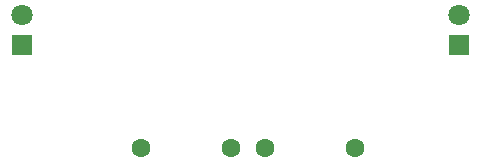
<source format=gbl>
G04 #@! TF.GenerationSoftware,KiCad,Pcbnew,9.0.2*
G04 #@! TF.CreationDate,2025-06-11T20:44:21-07:00*
G04 #@! TF.ProjectId,solder,736f6c64-6572-42e6-9b69-6361645f7063,rev?*
G04 #@! TF.SameCoordinates,Original*
G04 #@! TF.FileFunction,Copper,L2,Bot*
G04 #@! TF.FilePolarity,Positive*
%FSLAX46Y46*%
G04 Gerber Fmt 4.6, Leading zero omitted, Abs format (unit mm)*
G04 Created by KiCad (PCBNEW 9.0.2) date 2025-06-11 20:44:21*
%MOMM*%
%LPD*%
G01*
G04 APERTURE LIST*
G04 #@! TA.AperFunction,ComponentPad*
%ADD10C,1.600000*%
G04 #@! TD*
G04 #@! TA.AperFunction,ComponentPad*
%ADD11R,1.800000X1.800000*%
G04 #@! TD*
G04 #@! TA.AperFunction,ComponentPad*
%ADD12C,1.800000*%
G04 #@! TD*
G04 APERTURE END LIST*
D10*
G04 #@! TO.P,R1,1*
G04 #@! TO.N,Net-(BT1--)*
X59725000Y-63500000D03*
G04 #@! TO.P,R1,2*
G04 #@! TO.N,Net-(D1-K)*
X52105000Y-63500000D03*
G04 #@! TD*
D11*
G04 #@! TO.P,D1,1,K*
G04 #@! TO.N,Net-(D1-K)*
X42000000Y-54775000D03*
D12*
G04 #@! TO.P,D1,2,A*
G04 #@! TO.N,Net-(BT1-+)*
X42000000Y-52235000D03*
G04 #@! TD*
D11*
G04 #@! TO.P,D2,1,K*
G04 #@! TO.N,Net-(D2-K)*
X79000000Y-54775000D03*
D12*
G04 #@! TO.P,D2,2,A*
G04 #@! TO.N,Net-(BT1-+)*
X79000000Y-52235000D03*
G04 #@! TD*
D10*
G04 #@! TO.P,R2,1*
G04 #@! TO.N,Net-(D2-K)*
X70225000Y-63500000D03*
G04 #@! TO.P,R2,2*
G04 #@! TO.N,Net-(BT1--)*
X62605000Y-63500000D03*
G04 #@! TD*
M02*

</source>
